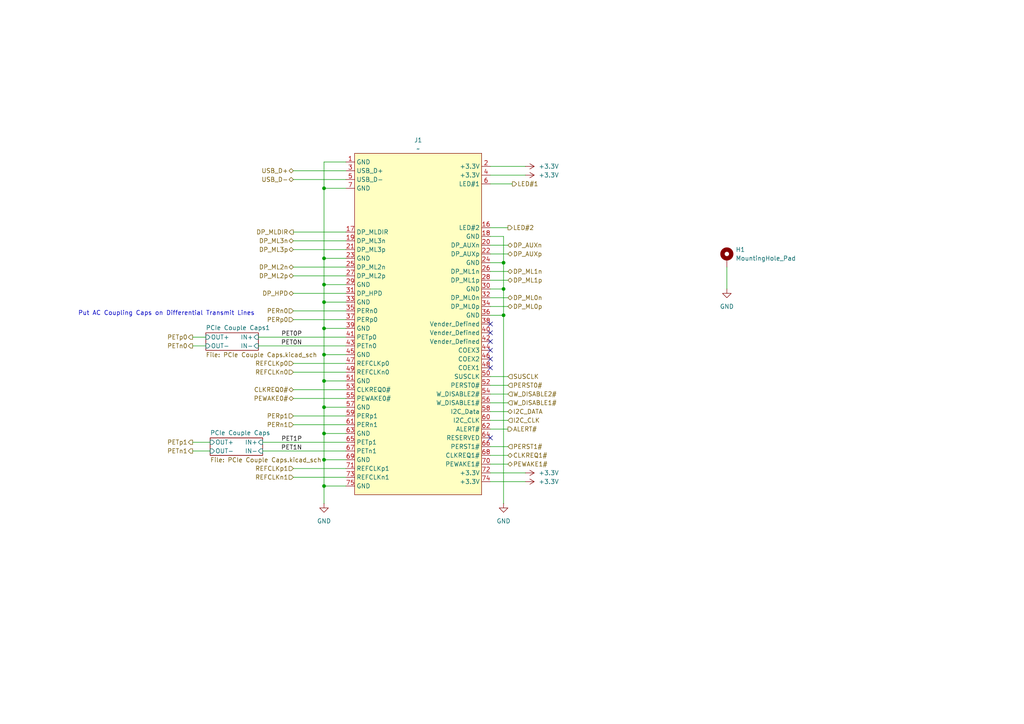
<source format=kicad_sch>
(kicad_sch (version 20250114) (generator "eeschema") (generator_version "9.0")
  (paper "A4")
  (lib_symbols
    (symbol "Mechanical:MountingHole_Pad" (pin_numbers (hide yes)) (pin_names (offset 1.016) (hide yes)) (in_bom no)
      (property "Reference" "H" (at 0 6.35 0))
      (property "Value" "MountingHole_Pad" (at 0 4.445 0))
      (symbol "MountingHole_Pad_0_1"
        (circle (center 0 1.27) (radius 1.27) (stroke (width 1.27)))
      )
      (symbol "MountingHole_Pad_1_1"
        (pin input line (at 0 -2.54 90) (length 2.54) (name "1") (number "1"))
      )
    )
    (symbol "PCIexpress:M.2_A_Key"
      (property "Reference" "J" (at 0 0 0))
      (symbol "M.2_A_Key_0_1"
        (rectangle (start -17.78 -5.08) (end 19.05 -104.14) (fill (type background)))
      )
      (symbol "M.2_A_Key_1_1"
        (pin power_in line (at -20.32 -7.62 0) (length 2.54) (name "GND") (number "1"))
        (pin bidirectional line (at -20.32 -10.16 0) (length 2.54) (name "USB_D+") (number "3"))
        (pin bidirectional line (at -20.32 -12.7 0) (length 2.54) (name "USB_D-") (number "5"))
        (pin power_in line (at -20.32 -15.24 0) (length 2.54) (name "GND") (number "7"))
        (pin output line (at -20.32 -27.94 0) (length 2.54) (name "DP_MLDIR") (number "17"))
        (pin bidirectional line (at -20.32 -30.48 0) (length 2.54) (name "DP_ML3n") (number "19"))
        (pin bidirectional line (at -20.32 -33.02 0) (length 2.54) (name "DP_ML3p") (number "21"))
        (pin power_in line (at -20.32 -35.56 0) (length 2.54) (name "GND") (number "23"))
        (pin bidirectional line (at -20.32 -38.1 0) (length 2.54) (name "DP_ML2n") (number "25"))
        (pin bidirectional line (at -20.32 -40.64 0) (length 2.54) (name "DP_ML2p") (number "27"))
        (pin power_in line (at -20.32 -43.18 0) (length 2.54) (name "GND") (number "29"))
        (pin bidirectional line (at -20.32 -45.72 0) (length 2.54) (name "DP_HPD") (number "31"))
        (pin power_in line (at -20.32 -48.26 0) (length 2.54) (name "GND") (number "33"))
        (pin input line (at -20.32 -50.8 0) (length 2.54) (name "PERn0") (number "35"))
        (pin input line (at -20.32 -53.34 0) (length 2.54) (name "PERp0") (number "37"))
        (pin power_in line (at -20.32 -55.88 0) (length 2.54) (name "GND") (number "39"))
        (pin output line (at -20.32 -58.42 0) (length 2.54) (name "PETp0") (number "41"))
        (pin output line (at -20.32 -60.96 0) (length 2.54) (name "PETn0") (number "43"))
        (pin power_in line (at -20.32 -63.5 0) (length 2.54) (name "GND") (number "45"))
        (pin input line (at -20.32 -66.04 0) (length 2.54) (name "REFCLKp0") (number "47"))
        (pin input line (at -20.32 -68.58 0) (length 2.54) (name "REFCLKn0") (number "49"))
        (pin power_in line (at -20.32 -71.12 0) (length 2.54) (name "GND") (number "51"))
        (pin bidirectional line (at -20.32 -73.66 0) (length 2.54) (name "CLKREQ0#") (number "53"))
        (pin bidirectional line (at -20.32 -76.2 0) (length 2.54) (name "PEWAKE0#") (number "55"))
        (pin power_in line (at -20.32 -78.74 0) (length 2.54) (name "GND") (number "57"))
        (pin input line (at -20.32 -81.28 0) (length 2.54) (name "PERp1") (number "59"))
        (pin input line (at -20.32 -83.82 0) (length 2.54) (name "PERn1") (number "61"))
        (pin power_in line (at -20.32 -86.36 0) (length 2.54) (name "GND") (number "63"))
        (pin output line (at -20.32 -88.9 0) (length 2.54) (name "PETp1") (number "65"))
        (pin output line (at -20.32 -91.44 0) (length 2.54) (name "PETn1") (number "67"))
        (pin passive line (at -20.32 -93.98 0) (length 2.54) (name "GND") (number "69"))
        (pin input line (at -20.32 -96.52 0) (length 2.54) (name "REFCLKp1") (number "71"))
        (pin input line (at -20.32 -99.06 0) (length 2.54) (name "REFCLKn1") (number "73"))
        (pin power_in line (at -20.32 -101.6 0) (length 2.54) (name "GND") (number "75"))
        (pin power_in line (at 21.59 -8.89 180) (length 2.54) (name "+3.3V") (number "2"))
        (pin power_in line (at 21.59 -11.43 180) (length 2.54) (name "+3.3V") (number "4"))
        (pin output line (at 21.59 -13.97 180) (length 2.54) (name "LED#1") (number "6"))
        (pin output line (at 21.59 -26.67 180) (length 2.54) (name "LED#2") (number "16"))
        (pin power_in line (at 21.59 -29.21 180) (length 2.54) (name "GND") (number "18"))
        (pin bidirectional line (at 21.59 -31.75 180) (length 2.54) (name "DP_AUXn") (number "20"))
        (pin bidirectional line (at 21.59 -34.29 180) (length 2.54) (name "DP_AUXp") (number "22"))
        (pin power_in line (at 21.59 -36.83 180) (length 2.54) (name "GND") (number "24"))
        (pin bidirectional line (at 21.59 -39.37 180) (length 2.54) (name "DP_ML1n") (number "26"))
        (pin bidirectional line (at 21.59 -41.91 180) (length 2.54) (name "DP_ML1p") (number "28"))
        (pin power_in line (at 21.59 -44.45 180) (length 2.54) (name "GND") (number "30"))
        (pin bidirectional line (at 21.59 -46.99 180) (length 2.54) (name "DP_ML0n") (number "32"))
        (pin bidirectional line (at 21.59 -49.53 180) (length 2.54) (name "DP_ML0p") (number "34"))
        (pin power_in line (at 21.59 -52.07 180) (length 2.54) (name "GND") (number "36"))
        (pin unspecified line (at 21.59 -54.61 180) (length 2.54) (name "Vender_Defined") (number "38"))
        (pin unspecified line (at 21.59 -57.15 180) (length 2.54) (name "Vender_Defined") (number "40"))
        (pin unspecified line (at 21.59 -59.69 180) (length 2.54) (name "Vender_Defined") (number "42"))
        (pin bidirectional line (at 21.59 -62.23 180) (length 2.54) (name "COEX3") (number "44"))
        (pin bidirectional line (at 21.59 -64.77 180) (length 2.54) (name "COEX2") (number "46"))
        (pin bidirectional line (at 21.59 -67.31 180) (length 2.54) (name "COEX1") (number "48"))
        (pin input line (at 21.59 -69.85 180) (length 2.54) (name "SUSCLK") (number "50"))
        (pin input line (at 21.59 -72.39 180) (length 2.54) (name "PERST0#") (number "52"))
        (pin input line (at 21.59 -74.93 180) (length 2.54) (name "W_DISABLE2#") (number "54"))
        (pin input line (at 21.59 -77.47 180) (length 2.54) (name "W_DISABLE1#") (number "56"))
        (pin bidirectional line (at 21.59 -80.01 180) (length 2.54) (name "I2C_Data") (number "58"))
        (pin input line (at 21.59 -82.55 180) (length 2.54) (name "I2C_CLK") (number "60"))
        (pin output line (at 21.59 -85.09 180) (length 2.54) (name "ALERT#") (number "62"))
        (pin unspecified line (at 21.59 -87.63 180) (length 2.54) (name "RESERVED") (number "64"))
        (pin input line (at 21.59 -90.17 180) (length 2.54) (name "PERST1#") (number "66"))
        (pin bidirectional line (at 21.59 -92.71 180) (length 2.54) (name "CLKREQ1#") (number "68"))
        (pin bidirectional line (at 21.59 -95.25 180) (length 2.54) (name "PEWAKE1#") (number "70"))
        (pin power_in line (at 21.59 -97.79 180) (length 2.54) (name "+3.3V") (number "72"))
        (pin power_in line (at 21.59 -100.33 180) (length 2.54) (name "+3.3V") (number "74"))
      )
    )
    (symbol "power:+3.3V" (power) (pin_numbers (hide yes)) (pin_names (offset 0) (hide yes))
      (property "Value" "+3.3V" (at 0 3.556 0))
      (symbol "+3.3V_0_1"
        (polyline (pts (xy -0.762 1.27) (xy 0 2.54)))
        (polyline (pts (xy 0 2.54) (xy 0.762 1.27)))
        (polyline (pts (xy 0 0) (xy 0 2.54)))
      )
      (symbol "+3.3V_1_1"
        (pin power_in line (at 0 0 90) (length 0) (name "~") (number "1"))
      )
    )
    (symbol "power:GND" (power) (pin_numbers (hide yes)) (pin_names (offset 0) (hide yes))
      (property "Value" "GND" (at 0 -3.81 0))
      (symbol "GND_0_1"
        (polyline (pts (xy 0 0) (xy 0 -1.27) (xy 1.27 -1.27) (xy 0 -2.54) (xy -1.27 -1.27) (xy 0 -1.27)))
      )
      (symbol "GND_1_1"
        (pin power_in line (at 0 0 270) (length 0) (name "~") (number "1"))
      )
    )
  )
  (text "Put AC Coupling Caps on Differential Transmit Lines" (at 48.26 90.932 0) (effects (font (size 1.27 1.27))))
  (junction (at 93.98 102.87))
  (junction (at 93.98 110.49))
  (junction (at 146.05 91.44))
  (junction (at 93.98 74.93))
  (junction (at 93.98 87.63))
  (junction (at 146.05 83.82))
  (junction (at 93.98 140.97))
  (junction (at 93.98 54.61))
  (junction (at 93.98 118.11))
  (junction (at 93.98 95.25))
  (junction (at 93.98 125.73))
  (junction (at 93.98 82.55))
  (junction (at 146.05 76.2))
  (junction (at 93.98 133.35))
  (no_connect (at 142.24 101.6))
  (no_connect (at 142.24 127))
  (no_connect (at 142.24 104.14))
  (no_connect (at 142.24 106.68))
  (no_connect (at 142.24 96.52))
  (no_connect (at 142.24 99.06))
  (no_connect (at 142.24 93.98))
  (wire (pts (xy 142.24 86.36) (xy 147.32 86.36)))
  (wire (pts (xy 93.98 118.11) (xy 93.98 125.73)))
  (wire (pts (xy 146.05 83.82) (xy 146.05 91.44)))
  (wire (pts (xy 76.2 128.27) (xy 100.33 128.27)))
  (wire (pts (xy 93.98 133.35) (xy 93.98 140.97)))
  (wire (pts (xy 93.98 110.49) (xy 93.98 118.11)))
  (wire (pts (xy 93.98 54.61) (xy 93.98 74.93)))
  (wire (pts (xy 74.93 100.33) (xy 100.33 100.33)))
  (wire (pts (xy 210.82 77.47) (xy 210.82 83.82)))
  (wire (pts (xy 142.24 48.26) (xy 152.4 48.26)))
  (wire (pts (xy 142.24 71.12) (xy 147.32 71.12)))
  (wire (pts (xy 85.09 120.65) (xy 100.33 120.65)))
  (wire (pts (xy 100.33 140.97) (xy 93.98 140.97)))
  (wire (pts (xy 142.24 111.76) (xy 147.32 111.76)))
  (wire (pts (xy 142.24 66.04) (xy 147.32 66.04)))
  (wire (pts (xy 93.98 102.87) (xy 93.98 110.49)))
  (wire (pts (xy 85.09 90.17) (xy 100.33 90.17)))
  (wire (pts (xy 100.33 46.99) (xy 93.98 46.99)))
  (wire (pts (xy 142.24 119.38) (xy 147.32 119.38)))
  (wire (pts (xy 100.33 82.55) (xy 93.98 82.55)))
  (wire (pts (xy 142.24 76.2) (xy 146.05 76.2)))
  (wire (pts (xy 93.98 74.93) (xy 93.98 82.55)))
  (wire (pts (xy 100.33 74.93) (xy 93.98 74.93)))
  (wire (pts (xy 85.09 49.53) (xy 100.33 49.53)))
  (wire (pts (xy 74.93 97.79) (xy 100.33 97.79)))
  (wire (pts (xy 93.98 46.99) (xy 93.98 54.61)))
  (wire (pts (xy 142.24 68.58) (xy 146.05 68.58)))
  (wire (pts (xy 100.33 110.49) (xy 93.98 110.49)))
  (wire (pts (xy 100.33 118.11) (xy 93.98 118.11)))
  (wire (pts (xy 85.09 52.07) (xy 100.33 52.07)))
  (wire (pts (xy 100.33 125.73) (xy 93.98 125.73)))
  (wire (pts (xy 142.24 91.44) (xy 146.05 91.44)))
  (wire (pts (xy 142.24 81.28) (xy 147.32 81.28)))
  (wire (pts (xy 55.88 100.33) (xy 59.69 100.33)))
  (wire (pts (xy 142.24 121.92) (xy 147.32 121.92)))
  (wire (pts (xy 100.33 54.61) (xy 93.98 54.61)))
  (wire (pts (xy 85.09 80.01) (xy 100.33 80.01)))
  (wire (pts (xy 55.88 128.27) (xy 60.96 128.27)))
  (wire (pts (xy 142.24 114.3) (xy 147.32 114.3)))
  (wire (pts (xy 55.88 97.79) (xy 59.69 97.79)))
  (wire (pts (xy 142.24 53.34) (xy 148.59 53.34)))
  (wire (pts (xy 85.09 77.47) (xy 100.33 77.47)))
  (wire (pts (xy 93.98 82.55) (xy 93.98 87.63)))
  (wire (pts (xy 100.33 87.63) (xy 93.98 87.63)))
  (wire (pts (xy 142.24 132.08) (xy 147.32 132.08)))
  (wire (pts (xy 85.09 92.71) (xy 100.33 92.71)))
  (wire (pts (xy 142.24 78.74) (xy 147.32 78.74)))
  (wire (pts (xy 142.24 83.82) (xy 146.05 83.82)))
  (wire (pts (xy 142.24 124.46) (xy 147.32 124.46)))
  (wire (pts (xy 142.24 50.8) (xy 152.4 50.8)))
  (wire (pts (xy 146.05 91.44) (xy 146.05 146.05)))
  (wire (pts (xy 85.09 105.41) (xy 100.33 105.41)))
  (wire (pts (xy 142.24 109.22) (xy 147.32 109.22)))
  (wire (pts (xy 93.98 87.63) (xy 93.98 95.25)))
  (wire (pts (xy 142.24 134.62) (xy 147.32 134.62)))
  (wire (pts (xy 85.09 113.03) (xy 100.33 113.03)))
  (wire (pts (xy 142.24 137.16) (xy 152.4 137.16)))
  (wire (pts (xy 55.88 130.81) (xy 60.96 130.81)))
  (wire (pts (xy 146.05 76.2) (xy 146.05 83.82)))
  (wire (pts (xy 85.09 67.31) (xy 100.33 67.31)))
  (wire (pts (xy 142.24 73.66) (xy 147.32 73.66)))
  (wire (pts (xy 85.09 69.85) (xy 100.33 69.85)))
  (wire (pts (xy 85.09 85.09) (xy 100.33 85.09)))
  (wire (pts (xy 142.24 116.84) (xy 147.32 116.84)))
  (wire (pts (xy 93.98 95.25) (xy 93.98 102.87)))
  (wire (pts (xy 85.09 115.57) (xy 100.33 115.57)))
  (wire (pts (xy 100.33 102.87) (xy 93.98 102.87)))
  (wire (pts (xy 100.33 133.35) (xy 93.98 133.35)))
  (wire (pts (xy 142.24 139.7) (xy 152.4 139.7)))
  (wire (pts (xy 85.09 135.89) (xy 100.33 135.89)))
  (wire (pts (xy 85.09 138.43) (xy 100.33 138.43)))
  (wire (pts (xy 85.09 123.19) (xy 100.33 123.19)))
  (wire (pts (xy 142.24 129.54) (xy 147.32 129.54)))
  (wire (pts (xy 76.2 130.81) (xy 100.33 130.81)))
  (wire (pts (xy 93.98 125.73) (xy 93.98 133.35)))
  (wire (pts (xy 100.33 95.25) (xy 93.98 95.25)))
  (wire (pts (xy 85.09 72.39) (xy 100.33 72.39)))
  (wire (pts (xy 142.24 88.9) (xy 147.32 88.9)))
  (wire (pts (xy 85.09 107.95) (xy 100.33 107.95)))
  (wire (pts (xy 93.98 140.97) (xy 93.98 146.05)))
  (wire (pts (xy 146.05 68.58) (xy 146.05 76.2)))
  (label "PET0P" (at 87.63 97.79 180))
  (label "PET1N" (at 87.63 130.81 180))
  (label "PET0N" (at 87.63 100.33 180))
  (label "PET1P" (at 87.63 128.27 180))
  (hierarchical_label "USB_D-" (shape bidirectional) (at 85.09 52.07 180))
  (hierarchical_label "LED#2" (shape output) (at 147.32 66.04 0))
  (hierarchical_label "PERST1#" (shape input) (at 147.32 129.54 0))
  (hierarchical_label "DP_AUXn" (shape bidirectional) (at 147.32 71.12 0))
  (hierarchical_label "PEWAKE1#" (shape bidirectional) (at 147.32 134.62 0))
  (hierarchical_label "CLKREQ1#" (shape bidirectional) (at 147.32 132.08 0))
  (hierarchical_label "REFCLKn0" (shape input) (at 85.09 107.95 180))
  (hierarchical_label "PETn1" (shape output) (at 55.88 130.81 180))
  (hierarchical_label "REFCLKn1" (shape input) (at 85.09 138.43 180))
  (hierarchical_label "DP_ML1p" (shape bidirectional) (at 147.32 81.28 0))
  (hierarchical_label "REFCLKp0" (shape input) (at 85.09 105.41 180))
  (hierarchical_label "PERp1" (shape input) (at 85.09 120.65 180))
  (hierarchical_label "SUSCLK" (shape input) (at 147.32 109.22 0))
  (hierarchical_label "USB_D+" (shape bidirectional) (at 85.09 49.53 180))
  (hierarchical_label "DP_ML0p" (shape bidirectional) (at 147.32 88.9 0))
  (hierarchical_label "PEWAKE0#" (shape bidirectional) (at 85.09 115.57 180))
  (hierarchical_label "DP_ML0n" (shape bidirectional) (at 147.32 86.36 0))
  (hierarchical_label "PERn1" (shape input) (at 85.09 123.19 180))
  (hierarchical_label "DP_MLDIR" (shape output) (at 85.09 67.31 180))
  (hierarchical_label "LED#1" (shape output) (at 148.59 53.34 0))
  (hierarchical_label "DP_ML3p" (shape bidirectional) (at 85.09 72.39 180))
  (hierarchical_label "DP_ML3n" (shape bidirectional) (at 85.09 69.85 180))
  (hierarchical_label "DP_ML2p" (shape bidirectional) (at 85.09 80.01 180))
  (hierarchical_label "PERp0" (shape input) (at 85.09 92.71 180))
  (hierarchical_label "W_DISABLE2#" (shape input) (at 147.32 114.3 0))
  (hierarchical_label "PETp1" (shape output) (at 55.88 128.27 180))
  (hierarchical_label "DP_ML1n" (shape bidirectional) (at 147.32 78.74 0))
  (hierarchical_label "PETp0" (shape output) (at 55.88 97.79 180))
  (hierarchical_label "W_DISABLE1#" (shape input) (at 147.32 116.84 0))
  (hierarchical_label "REFCLKp1" (shape input) (at 85.09 135.89 180))
  (hierarchical_label "PERn0" (shape input) (at 85.09 90.17 180))
  (hierarchical_label "I2C_DATA" (shape bidirectional) (at 147.32 119.38 0))
  (hierarchical_label "I2C_CLK" (shape input) (at 147.32 121.92 0))
  (hierarchical_label "ALERT#" (shape output) (at 147.32 124.46 0))
  (hierarchical_label "DP_HPD" (shape bidirectional) (at 85.09 85.09 180))
  (hierarchical_label "PERST0#" (shape input) (at 147.32 111.76 0))
  (hierarchical_label "DP_ML2n" (shape bidirectional) (at 85.09 77.47 180))
  (hierarchical_label "CLKREQ0#" (shape bidirectional) (at 85.09 113.03 180))
  (hierarchical_label "PETn0" (shape output) (at 55.88 100.33 180))
  (hierarchical_label "DP_AUXp" (shape bidirectional) (at 147.32 73.66 0))
  (symbol (lib_id "power:+3.3V") (at 152.4 137.16 270) (unit 1)
    (property "Reference" "#PWR05" (effects (hide yes)))
    (property "Value" "+3.3V" (at 156.21 137.1599 90) (effects (justify left)))
    (property "Description" "Power symbol creates a global label with name \"+3.3V\"" (effects (hide yes)))
  )
  (symbol (lib_id "PCIexpress:M.2_A_Key") (at 120.65 39.37 0) (unit 1)
    (property "Reference" "J1" (at 121.285 40.64 0))
    (property "Value" "~" (at 121.285 43.18 0))
    (property "Footprint" "PCIexpress:M.2 A Key Connector" (effects (hide yes)))
    (property "Note" "Check PCIe M.2 Specification for Pin Alt mode functions. Check your socket pinout for pin functions." (effects (hide yes)))
  )
  (symbol (lib_id "power:GND") (at 93.98 146.05 0) (unit 1)
    (property "Reference" "#PWR01" (effects (hide yes)))
    (property "Value" "GND" (at 93.98 151.13 0))
    (property "Description" "Power symbol creates a global label with name \"GND\" , ground" (effects (hide yes)))
  )
  (symbol (lib_id "power:+3.3V") (at 152.4 50.8 270) (unit 1)
    (property "Reference" "#PWR04" (effects (hide yes)))
    (property "Value" "+3.3V" (at 156.21 50.7999 90) (effects (justify left)))
    (property "Description" "Power symbol creates a global label with name \"+3.3V\"" (effects (hide yes)))
  )
  (symbol (lib_id "power:GND") (at 210.82 83.82 0) (unit 1)
    (property "Reference" "#PWR07" (effects (hide yes)))
    (property "Value" "GND" (at 210.82 88.9 0))
    (property "Description" "Power symbol creates a global label with name \"GND\" , ground" (effects (hide yes)))
  )
  (symbol (lib_id "power:+3.3V") (at 152.4 48.26 270) (unit 1)
    (property "Reference" "#PWR03" (effects (hide yes)))
    (property "Value" "+3.3V" (at 156.21 48.2599 90) (effects (justify left)))
    (property "Description" "Power symbol creates a global label with name \"+3.3V\"" (effects (hide yes)))
  )
  (symbol (lib_id "power:+3.3V") (at 152.4 139.7 270) (unit 1)
    (property "Reference" "#PWR06" (effects (hide yes)))
    (property "Value" "+3.3V" (at 156.21 139.6999 90) (effects (justify left)))
    (property "Description" "Power symbol creates a global label with name \"+3.3V\"" (effects (hide yes)))
  )
  (symbol (lib_id "power:GND") (at 146.05 146.05 0) (unit 1)
    (property "Reference" "#PWR02" (effects (hide yes)))
    (property "Value" "GND" (at 146.05 151.13 0))
    (property "Description" "Power symbol creates a global label with name \"GND\" , ground" (effects (hide yes)))
  )
  (symbol (lib_id "Mechanical:MountingHole_Pad") (at 210.82 74.93 0) (unit 1) (in_bom no)
    (property "Reference" "H1" (at 213.36 72.3899 0) (effects (justify left)))
    (property "Value" "MountingHole_Pad" (at 213.36 74.9299 0) (effects (justify left)))
    (property "Footprint" "PCIexpress:M.2 Mounting Pad" (effects (hide yes)))
    (property "Description" "Mounting Hole with connection" (effects (hide yes)))
  )
  (sheet (at 59.69 96.52) (size 15.24 5.08) (stroke (width 0.1524))
    (property "Sheetname" "PCIe Couple Caps1" (at 59.69 95.8084 0) (effects (justify left bottom)))
    (property "Sheetfile" "PCIe Couple Caps.kicad_sch" (at 59.69 102.1846 0) (effects (justify left top)))
    (pin "OUT-" input (at 59.69 100.33 180))
    (pin "IN+" input (at 74.93 97.79 0))
    (pin "OUT+" input (at 59.69 97.79 180))
    (pin "IN-" input (at 74.93 100.33 0))
  )
  (sheet (at 60.96 127) (size 15.24 5.08) (stroke (width 0.1524))
    (property "Sheetname" "PCIe Couple Caps" (at 60.96 126.2884 0) (effects (justify left bottom)))
    (property "Sheetfile" "PCIe Couple Caps.kicad_sch" (at 60.96 132.6646 0) (effects (justify left top)))
    (pin "OUT-" input (at 60.96 130.81 180))
    (pin "IN+" input (at 76.2 128.27 0))
    (pin "OUT+" input (at 60.96 128.27 180))
    (pin "IN-" input (at 76.2 130.81 0))
  )
)
</source>
